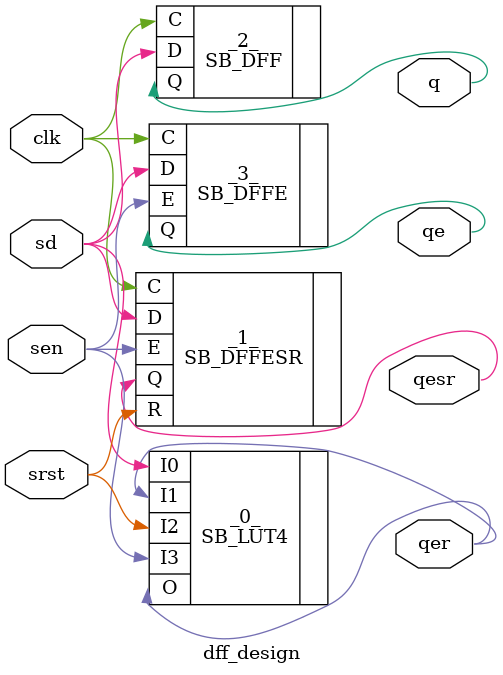
<source format=v>
/* Generated by Yosys 0.7 (git sha1 61f6811, gcc 6.2.0-11ubuntu1 -O2 -fdebug-prefix-map=/build/yosys-OIL3SR/yosys-0.7=. -fstack-protector-strong -fPIC -Os) */

(* top =  1  *)
(* src = "dff-variants.v:99" *)
module dff_design(sd, sen, srst, clk, q, qe, qer, qesr);
  (* src = "dff-variants.v:100" *)
  input clk;
  (* src = "dff-variants.v:101" *)
  output q;
  (* src = "dff-variants.v:101" *)
  output qe;
  (* src = "dff-variants.v:101" *)
  output qer;
  (* src = "dff-variants.v:101" *)
  output qesr;
  (* src = "dff-variants.v:100" *)
  input sd;
  (* src = "dff-variants.v:100" *)
  input sen;
  (* src = "dff-variants.v:100" *)
  input srst;
  (* src = "/usr/bin/../share/yosys/ice40/cells_map.v:51" *)
  SB_LUT4 #(
    .LUT_INIT(16'b0000101000001100)
  ) _0_ (
    .I0(sd),
    .I1(qer),
    .I2(srst),
    .I3(sen),
    .O(qer)
  );
  (* src = "dff-variants.v:41|/usr/bin/../share/yosys/ice40/cells_map.v:8" *)
  SB_DFFESR _1_ (
    .C(clk),
    .D(sd),
    .E(sen),
    .Q(qesr),
    .R(srst)
  );
  (* src = "dff-variants.v:8|/usr/bin/../share/yosys/ice40/cells_map.v:2" *)
  SB_DFF _2_ (
    .C(clk),
    .D(sd),
    .Q(q)
  );
  (* src = "dff-variants.v:17|/usr/bin/../share/yosys/ice40/cells_map.v:8" *)
  SB_DFFE _3_ (
    .C(clk),
    .D(sd),
    .E(sen),
    .Q(qe)
  );
endmodule

</source>
